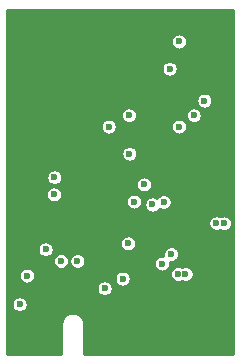
<source format=gbr>
G04 #@! TF.GenerationSoftware,KiCad,Pcbnew,5.1.4-e60b266~84~ubuntu16.04.1*
G04 #@! TF.CreationDate,2019-11-09T12:49:13+01:00*
G04 #@! TF.ProjectId,MiniVarioL0,4d696e69-5661-4726-996f-4c302e6b6963,v1.0.0*
G04 #@! TF.SameCoordinates,PX84157a0PY7270e00*
G04 #@! TF.FileFunction,Copper,L2,Inr*
G04 #@! TF.FilePolarity,Positive*
%FSLAX46Y46*%
G04 Gerber Fmt 4.6, Leading zero omitted, Abs format (unit mm)*
G04 Created by KiCad (PCBNEW 5.1.4-e60b266~84~ubuntu16.04.1) date 2019-11-09 12:49:13*
%MOMM*%
%LPD*%
G04 APERTURE LIST*
%ADD10C,0.600000*%
%ADD11C,0.250000*%
G04 APERTURE END LIST*
D10*
X15550000Y7200000D03*
X14900000Y7200000D03*
X6800000Y5850000D03*
X9250000Y8100000D03*
X11200000Y7550000D03*
X1300000Y12500000D03*
X1300000Y11400000D03*
X13250000Y14000000D03*
X7500000Y12650000D03*
X8350000Y11650000D03*
X6500000Y11650000D03*
X7500000Y10650000D03*
X14750000Y22650000D03*
X14750000Y21650000D03*
X14250000Y22150000D03*
X15250000Y22150000D03*
X13450000Y8850000D03*
X15150000Y700000D03*
X19150000Y23100000D03*
X19150000Y13200000D03*
X19150000Y6800000D03*
X3400000Y4100000D03*
X14200000Y24600000D03*
X18160000Y11510000D03*
X18800000Y11500000D03*
X1500000Y4650000D03*
X11200000Y13350000D03*
X10700000Y9800000D03*
X10225000Y6825000D03*
X4450000Y15400000D03*
X3700000Y9300000D03*
X13550000Y8100000D03*
X10800000Y17400000D03*
X15000000Y26900000D03*
X17150000Y21900000D03*
X2115000Y7085000D03*
X12050000Y14800000D03*
X12750000Y13100000D03*
X5000000Y8300000D03*
X16250000Y20650000D03*
X10750000Y20650000D03*
X15000000Y19700000D03*
X9050000Y19700000D03*
X14350000Y8900000D03*
X13700000Y13300000D03*
X8700000Y6000000D03*
X6400000Y8300000D03*
X4400000Y13950000D03*
D11*
G36*
X19546001Y454000D02*
G01*
X6954000Y454000D01*
X6954000Y3022295D01*
X6951784Y3044794D01*
X6951784Y3051281D01*
X6951121Y3057586D01*
X6940244Y3154561D01*
X6931688Y3194816D01*
X6923697Y3235176D01*
X6921822Y3241231D01*
X6892316Y3334247D01*
X6876094Y3372095D01*
X6860425Y3410113D01*
X6857415Y3415679D01*
X6857411Y3415687D01*
X6857406Y3415694D01*
X6810398Y3501201D01*
X6787158Y3535142D01*
X6764382Y3569424D01*
X6760341Y3574308D01*
X6760340Y3574310D01*
X6760336Y3574314D01*
X6697616Y3649061D01*
X6668209Y3677858D01*
X6639219Y3707051D01*
X6634313Y3711052D01*
X6634310Y3711055D01*
X6634307Y3711057D01*
X6558257Y3772202D01*
X6523840Y3794724D01*
X6489716Y3817741D01*
X6484119Y3820717D01*
X6397641Y3865927D01*
X6359463Y3881352D01*
X6321555Y3897287D01*
X6315491Y3899118D01*
X6315485Y3899120D01*
X6221874Y3926671D01*
X6181460Y3934381D01*
X6141146Y3942656D01*
X6134841Y3943275D01*
X6134837Y3943275D01*
X6037655Y3952119D01*
X5996509Y3951832D01*
X5955363Y3952119D01*
X5949054Y3951500D01*
X5949052Y3951500D01*
X5852006Y3941300D01*
X5811704Y3933027D01*
X5771277Y3925316D01*
X5765215Y3923485D01*
X5765211Y3923484D01*
X5765208Y3923483D01*
X5765209Y3923483D01*
X5671991Y3894627D01*
X5634080Y3878691D01*
X5595906Y3863268D01*
X5590309Y3860291D01*
X5504471Y3813878D01*
X5470387Y3790888D01*
X5435925Y3768337D01*
X5431013Y3764330D01*
X5355824Y3702128D01*
X5326856Y3672957D01*
X5297430Y3644142D01*
X5293390Y3639257D01*
X5231715Y3563636D01*
X5208941Y3529358D01*
X5185696Y3495411D01*
X5182685Y3489840D01*
X5182682Y3489836D01*
X5182682Y3489835D01*
X5136870Y3403675D01*
X5121190Y3365632D01*
X5104980Y3327813D01*
X5103108Y3321763D01*
X5103105Y3321756D01*
X5103105Y3321754D01*
X5074901Y3228339D01*
X5066915Y3188007D01*
X5058352Y3147723D01*
X5057690Y3141418D01*
X5048168Y3044301D01*
X5046001Y3022295D01*
X5046000Y454000D01*
X454000Y454000D01*
X454000Y4716876D01*
X821000Y4716876D01*
X821000Y4583124D01*
X847094Y4451943D01*
X898278Y4328373D01*
X972587Y4217163D01*
X1067163Y4122587D01*
X1178373Y4048278D01*
X1301943Y3997094D01*
X1433124Y3971000D01*
X1566876Y3971000D01*
X1698057Y3997094D01*
X1821627Y4048278D01*
X1932837Y4122587D01*
X2027413Y4217163D01*
X2101722Y4328373D01*
X2152906Y4451943D01*
X2179000Y4583124D01*
X2179000Y4716876D01*
X2152906Y4848057D01*
X2101722Y4971627D01*
X2027413Y5082837D01*
X1932837Y5177413D01*
X1821627Y5251722D01*
X1698057Y5302906D01*
X1566876Y5329000D01*
X1433124Y5329000D01*
X1301943Y5302906D01*
X1178373Y5251722D01*
X1067163Y5177413D01*
X972587Y5082837D01*
X898278Y4971627D01*
X847094Y4848057D01*
X821000Y4716876D01*
X454000Y4716876D01*
X454000Y6066876D01*
X8021000Y6066876D01*
X8021000Y5933124D01*
X8047094Y5801943D01*
X8098278Y5678373D01*
X8172587Y5567163D01*
X8267163Y5472587D01*
X8378373Y5398278D01*
X8501943Y5347094D01*
X8633124Y5321000D01*
X8766876Y5321000D01*
X8898057Y5347094D01*
X9021627Y5398278D01*
X9132837Y5472587D01*
X9227413Y5567163D01*
X9301722Y5678373D01*
X9352906Y5801943D01*
X9379000Y5933124D01*
X9379000Y6066876D01*
X9352906Y6198057D01*
X9301722Y6321627D01*
X9227413Y6432837D01*
X9132837Y6527413D01*
X9021627Y6601722D01*
X8898057Y6652906D01*
X8766876Y6679000D01*
X8633124Y6679000D01*
X8501943Y6652906D01*
X8378373Y6601722D01*
X8267163Y6527413D01*
X8172587Y6432837D01*
X8098278Y6321627D01*
X8047094Y6198057D01*
X8021000Y6066876D01*
X454000Y6066876D01*
X454000Y7151876D01*
X1436000Y7151876D01*
X1436000Y7018124D01*
X1462094Y6886943D01*
X1513278Y6763373D01*
X1587587Y6652163D01*
X1682163Y6557587D01*
X1793373Y6483278D01*
X1916943Y6432094D01*
X2048124Y6406000D01*
X2181876Y6406000D01*
X2313057Y6432094D01*
X2436627Y6483278D01*
X2547837Y6557587D01*
X2642413Y6652163D01*
X2716722Y6763373D01*
X2767906Y6886943D01*
X2768887Y6891876D01*
X9546000Y6891876D01*
X9546000Y6758124D01*
X9572094Y6626943D01*
X9623278Y6503373D01*
X9697587Y6392163D01*
X9792163Y6297587D01*
X9903373Y6223278D01*
X10026943Y6172094D01*
X10158124Y6146000D01*
X10291876Y6146000D01*
X10423057Y6172094D01*
X10546627Y6223278D01*
X10657837Y6297587D01*
X10752413Y6392163D01*
X10826722Y6503373D01*
X10877906Y6626943D01*
X10904000Y6758124D01*
X10904000Y6891876D01*
X10877906Y7023057D01*
X10826722Y7146627D01*
X10752413Y7257837D01*
X10743374Y7266876D01*
X14221000Y7266876D01*
X14221000Y7133124D01*
X14247094Y7001943D01*
X14298278Y6878373D01*
X14372587Y6767163D01*
X14467163Y6672587D01*
X14578373Y6598278D01*
X14701943Y6547094D01*
X14833124Y6521000D01*
X14966876Y6521000D01*
X15098057Y6547094D01*
X15221627Y6598278D01*
X15225000Y6600532D01*
X15228373Y6598278D01*
X15351943Y6547094D01*
X15483124Y6521000D01*
X15616876Y6521000D01*
X15748057Y6547094D01*
X15871627Y6598278D01*
X15982837Y6672587D01*
X16077413Y6767163D01*
X16151722Y6878373D01*
X16202906Y7001943D01*
X16229000Y7133124D01*
X16229000Y7266876D01*
X16202906Y7398057D01*
X16151722Y7521627D01*
X16077413Y7632837D01*
X15982837Y7727413D01*
X15871627Y7801722D01*
X15748057Y7852906D01*
X15616876Y7879000D01*
X15483124Y7879000D01*
X15351943Y7852906D01*
X15228373Y7801722D01*
X15225000Y7799468D01*
X15221627Y7801722D01*
X15098057Y7852906D01*
X14966876Y7879000D01*
X14833124Y7879000D01*
X14701943Y7852906D01*
X14578373Y7801722D01*
X14467163Y7727413D01*
X14372587Y7632837D01*
X14298278Y7521627D01*
X14247094Y7398057D01*
X14221000Y7266876D01*
X10743374Y7266876D01*
X10657837Y7352413D01*
X10546627Y7426722D01*
X10423057Y7477906D01*
X10291876Y7504000D01*
X10158124Y7504000D01*
X10026943Y7477906D01*
X9903373Y7426722D01*
X9792163Y7352413D01*
X9697587Y7257837D01*
X9623278Y7146627D01*
X9572094Y7023057D01*
X9546000Y6891876D01*
X2768887Y6891876D01*
X2794000Y7018124D01*
X2794000Y7151876D01*
X2767906Y7283057D01*
X2716722Y7406627D01*
X2642413Y7517837D01*
X2547837Y7612413D01*
X2436627Y7686722D01*
X2313057Y7737906D01*
X2181876Y7764000D01*
X2048124Y7764000D01*
X1916943Y7737906D01*
X1793373Y7686722D01*
X1682163Y7612413D01*
X1587587Y7517837D01*
X1513278Y7406627D01*
X1462094Y7283057D01*
X1436000Y7151876D01*
X454000Y7151876D01*
X454000Y8366876D01*
X4321000Y8366876D01*
X4321000Y8233124D01*
X4347094Y8101943D01*
X4398278Y7978373D01*
X4472587Y7867163D01*
X4567163Y7772587D01*
X4678373Y7698278D01*
X4801943Y7647094D01*
X4933124Y7621000D01*
X5066876Y7621000D01*
X5198057Y7647094D01*
X5321627Y7698278D01*
X5432837Y7772587D01*
X5527413Y7867163D01*
X5601722Y7978373D01*
X5652906Y8101943D01*
X5679000Y8233124D01*
X5679000Y8366876D01*
X5721000Y8366876D01*
X5721000Y8233124D01*
X5747094Y8101943D01*
X5798278Y7978373D01*
X5872587Y7867163D01*
X5967163Y7772587D01*
X6078373Y7698278D01*
X6201943Y7647094D01*
X6333124Y7621000D01*
X6466876Y7621000D01*
X6598057Y7647094D01*
X6721627Y7698278D01*
X6832837Y7772587D01*
X6927413Y7867163D01*
X7001722Y7978373D01*
X7052906Y8101943D01*
X7065822Y8166876D01*
X12871000Y8166876D01*
X12871000Y8033124D01*
X12897094Y7901943D01*
X12948278Y7778373D01*
X13022587Y7667163D01*
X13117163Y7572587D01*
X13228373Y7498278D01*
X13351943Y7447094D01*
X13483124Y7421000D01*
X13616876Y7421000D01*
X13748057Y7447094D01*
X13871627Y7498278D01*
X13982837Y7572587D01*
X14077413Y7667163D01*
X14151722Y7778373D01*
X14202906Y7901943D01*
X14229000Y8033124D01*
X14229000Y8166876D01*
X14215561Y8234439D01*
X14283124Y8221000D01*
X14416876Y8221000D01*
X14548057Y8247094D01*
X14671627Y8298278D01*
X14782837Y8372587D01*
X14877413Y8467163D01*
X14951722Y8578373D01*
X15002906Y8701943D01*
X15029000Y8833124D01*
X15029000Y8966876D01*
X15002906Y9098057D01*
X14951722Y9221627D01*
X14877413Y9332837D01*
X14782837Y9427413D01*
X14671627Y9501722D01*
X14548057Y9552906D01*
X14416876Y9579000D01*
X14283124Y9579000D01*
X14151943Y9552906D01*
X14028373Y9501722D01*
X13917163Y9427413D01*
X13822587Y9332837D01*
X13748278Y9221627D01*
X13697094Y9098057D01*
X13671000Y8966876D01*
X13671000Y8833124D01*
X13684439Y8765561D01*
X13616876Y8779000D01*
X13483124Y8779000D01*
X13351943Y8752906D01*
X13228373Y8701722D01*
X13117163Y8627413D01*
X13022587Y8532837D01*
X12948278Y8421627D01*
X12897094Y8298057D01*
X12871000Y8166876D01*
X7065822Y8166876D01*
X7079000Y8233124D01*
X7079000Y8366876D01*
X7052906Y8498057D01*
X7001722Y8621627D01*
X6927413Y8732837D01*
X6832837Y8827413D01*
X6721627Y8901722D01*
X6598057Y8952906D01*
X6466876Y8979000D01*
X6333124Y8979000D01*
X6201943Y8952906D01*
X6078373Y8901722D01*
X5967163Y8827413D01*
X5872587Y8732837D01*
X5798278Y8621627D01*
X5747094Y8498057D01*
X5721000Y8366876D01*
X5679000Y8366876D01*
X5652906Y8498057D01*
X5601722Y8621627D01*
X5527413Y8732837D01*
X5432837Y8827413D01*
X5321627Y8901722D01*
X5198057Y8952906D01*
X5066876Y8979000D01*
X4933124Y8979000D01*
X4801943Y8952906D01*
X4678373Y8901722D01*
X4567163Y8827413D01*
X4472587Y8732837D01*
X4398278Y8621627D01*
X4347094Y8498057D01*
X4321000Y8366876D01*
X454000Y8366876D01*
X454000Y9366876D01*
X3021000Y9366876D01*
X3021000Y9233124D01*
X3047094Y9101943D01*
X3098278Y8978373D01*
X3172587Y8867163D01*
X3267163Y8772587D01*
X3378373Y8698278D01*
X3501943Y8647094D01*
X3633124Y8621000D01*
X3766876Y8621000D01*
X3898057Y8647094D01*
X4021627Y8698278D01*
X4132837Y8772587D01*
X4227413Y8867163D01*
X4301722Y8978373D01*
X4352906Y9101943D01*
X4379000Y9233124D01*
X4379000Y9366876D01*
X4352906Y9498057D01*
X4301722Y9621627D01*
X4227413Y9732837D01*
X4132837Y9827413D01*
X4073778Y9866876D01*
X10021000Y9866876D01*
X10021000Y9733124D01*
X10047094Y9601943D01*
X10098278Y9478373D01*
X10172587Y9367163D01*
X10267163Y9272587D01*
X10378373Y9198278D01*
X10501943Y9147094D01*
X10633124Y9121000D01*
X10766876Y9121000D01*
X10898057Y9147094D01*
X11021627Y9198278D01*
X11132837Y9272587D01*
X11227413Y9367163D01*
X11301722Y9478373D01*
X11352906Y9601943D01*
X11379000Y9733124D01*
X11379000Y9866876D01*
X11352906Y9998057D01*
X11301722Y10121627D01*
X11227413Y10232837D01*
X11132837Y10327413D01*
X11021627Y10401722D01*
X10898057Y10452906D01*
X10766876Y10479000D01*
X10633124Y10479000D01*
X10501943Y10452906D01*
X10378373Y10401722D01*
X10267163Y10327413D01*
X10172587Y10232837D01*
X10098278Y10121627D01*
X10047094Y9998057D01*
X10021000Y9866876D01*
X4073778Y9866876D01*
X4021627Y9901722D01*
X3898057Y9952906D01*
X3766876Y9979000D01*
X3633124Y9979000D01*
X3501943Y9952906D01*
X3378373Y9901722D01*
X3267163Y9827413D01*
X3172587Y9732837D01*
X3098278Y9621627D01*
X3047094Y9498057D01*
X3021000Y9366876D01*
X454000Y9366876D01*
X454000Y11576876D01*
X17481000Y11576876D01*
X17481000Y11443124D01*
X17507094Y11311943D01*
X17558278Y11188373D01*
X17632587Y11077163D01*
X17727163Y10982587D01*
X17838373Y10908278D01*
X17961943Y10857094D01*
X18093124Y10831000D01*
X18226876Y10831000D01*
X18358057Y10857094D01*
X18470379Y10903619D01*
X18478373Y10898278D01*
X18601943Y10847094D01*
X18733124Y10821000D01*
X18866876Y10821000D01*
X18998057Y10847094D01*
X19121627Y10898278D01*
X19232837Y10972587D01*
X19327413Y11067163D01*
X19401722Y11178373D01*
X19452906Y11301943D01*
X19479000Y11433124D01*
X19479000Y11566876D01*
X19452906Y11698057D01*
X19401722Y11821627D01*
X19327413Y11932837D01*
X19232837Y12027413D01*
X19121627Y12101722D01*
X18998057Y12152906D01*
X18866876Y12179000D01*
X18733124Y12179000D01*
X18601943Y12152906D01*
X18489621Y12106381D01*
X18481627Y12111722D01*
X18358057Y12162906D01*
X18226876Y12189000D01*
X18093124Y12189000D01*
X17961943Y12162906D01*
X17838373Y12111722D01*
X17727163Y12037413D01*
X17632587Y11942837D01*
X17558278Y11831627D01*
X17507094Y11708057D01*
X17481000Y11576876D01*
X454000Y11576876D01*
X454000Y14016876D01*
X3721000Y14016876D01*
X3721000Y13883124D01*
X3747094Y13751943D01*
X3798278Y13628373D01*
X3872587Y13517163D01*
X3967163Y13422587D01*
X4078373Y13348278D01*
X4201943Y13297094D01*
X4333124Y13271000D01*
X4466876Y13271000D01*
X4598057Y13297094D01*
X4721627Y13348278D01*
X4824289Y13416876D01*
X10521000Y13416876D01*
X10521000Y13283124D01*
X10547094Y13151943D01*
X10598278Y13028373D01*
X10672587Y12917163D01*
X10767163Y12822587D01*
X10878373Y12748278D01*
X11001943Y12697094D01*
X11133124Y12671000D01*
X11266876Y12671000D01*
X11398057Y12697094D01*
X11521627Y12748278D01*
X11632837Y12822587D01*
X11727413Y12917163D01*
X11801722Y13028373D01*
X11852906Y13151943D01*
X11855876Y13166876D01*
X12071000Y13166876D01*
X12071000Y13033124D01*
X12097094Y12901943D01*
X12148278Y12778373D01*
X12222587Y12667163D01*
X12317163Y12572587D01*
X12428373Y12498278D01*
X12551943Y12447094D01*
X12683124Y12421000D01*
X12816876Y12421000D01*
X12948057Y12447094D01*
X13071627Y12498278D01*
X13182837Y12572587D01*
X13277413Y12667163D01*
X13322949Y12735312D01*
X13378373Y12698278D01*
X13501943Y12647094D01*
X13633124Y12621000D01*
X13766876Y12621000D01*
X13898057Y12647094D01*
X14021627Y12698278D01*
X14132837Y12772587D01*
X14227413Y12867163D01*
X14301722Y12978373D01*
X14352906Y13101943D01*
X14379000Y13233124D01*
X14379000Y13366876D01*
X14352906Y13498057D01*
X14301722Y13621627D01*
X14227413Y13732837D01*
X14132837Y13827413D01*
X14021627Y13901722D01*
X13898057Y13952906D01*
X13766876Y13979000D01*
X13633124Y13979000D01*
X13501943Y13952906D01*
X13378373Y13901722D01*
X13267163Y13827413D01*
X13172587Y13732837D01*
X13127051Y13664688D01*
X13071627Y13701722D01*
X12948057Y13752906D01*
X12816876Y13779000D01*
X12683124Y13779000D01*
X12551943Y13752906D01*
X12428373Y13701722D01*
X12317163Y13627413D01*
X12222587Y13532837D01*
X12148278Y13421627D01*
X12097094Y13298057D01*
X12071000Y13166876D01*
X11855876Y13166876D01*
X11879000Y13283124D01*
X11879000Y13416876D01*
X11852906Y13548057D01*
X11801722Y13671627D01*
X11727413Y13782837D01*
X11632837Y13877413D01*
X11521627Y13951722D01*
X11398057Y14002906D01*
X11266876Y14029000D01*
X11133124Y14029000D01*
X11001943Y14002906D01*
X10878373Y13951722D01*
X10767163Y13877413D01*
X10672587Y13782837D01*
X10598278Y13671627D01*
X10547094Y13548057D01*
X10521000Y13416876D01*
X4824289Y13416876D01*
X4832837Y13422587D01*
X4927413Y13517163D01*
X5001722Y13628373D01*
X5052906Y13751943D01*
X5079000Y13883124D01*
X5079000Y14016876D01*
X5052906Y14148057D01*
X5001722Y14271627D01*
X4927413Y14382837D01*
X4832837Y14477413D01*
X4721627Y14551722D01*
X4598057Y14602906D01*
X4466876Y14629000D01*
X4333124Y14629000D01*
X4201943Y14602906D01*
X4078373Y14551722D01*
X3967163Y14477413D01*
X3872587Y14382837D01*
X3798278Y14271627D01*
X3747094Y14148057D01*
X3721000Y14016876D01*
X454000Y14016876D01*
X454000Y15466876D01*
X3771000Y15466876D01*
X3771000Y15333124D01*
X3797094Y15201943D01*
X3848278Y15078373D01*
X3922587Y14967163D01*
X4017163Y14872587D01*
X4128373Y14798278D01*
X4251943Y14747094D01*
X4383124Y14721000D01*
X4516876Y14721000D01*
X4648057Y14747094D01*
X4771627Y14798278D01*
X4874289Y14866876D01*
X11371000Y14866876D01*
X11371000Y14733124D01*
X11397094Y14601943D01*
X11448278Y14478373D01*
X11522587Y14367163D01*
X11617163Y14272587D01*
X11728373Y14198278D01*
X11851943Y14147094D01*
X11983124Y14121000D01*
X12116876Y14121000D01*
X12248057Y14147094D01*
X12371627Y14198278D01*
X12482837Y14272587D01*
X12577413Y14367163D01*
X12651722Y14478373D01*
X12702906Y14601943D01*
X12729000Y14733124D01*
X12729000Y14866876D01*
X12702906Y14998057D01*
X12651722Y15121627D01*
X12577413Y15232837D01*
X12482837Y15327413D01*
X12371627Y15401722D01*
X12248057Y15452906D01*
X12116876Y15479000D01*
X11983124Y15479000D01*
X11851943Y15452906D01*
X11728373Y15401722D01*
X11617163Y15327413D01*
X11522587Y15232837D01*
X11448278Y15121627D01*
X11397094Y14998057D01*
X11371000Y14866876D01*
X4874289Y14866876D01*
X4882837Y14872587D01*
X4977413Y14967163D01*
X5051722Y15078373D01*
X5102906Y15201943D01*
X5129000Y15333124D01*
X5129000Y15466876D01*
X5102906Y15598057D01*
X5051722Y15721627D01*
X4977413Y15832837D01*
X4882837Y15927413D01*
X4771627Y16001722D01*
X4648057Y16052906D01*
X4516876Y16079000D01*
X4383124Y16079000D01*
X4251943Y16052906D01*
X4128373Y16001722D01*
X4017163Y15927413D01*
X3922587Y15832837D01*
X3848278Y15721627D01*
X3797094Y15598057D01*
X3771000Y15466876D01*
X454000Y15466876D01*
X454000Y17466876D01*
X10121000Y17466876D01*
X10121000Y17333124D01*
X10147094Y17201943D01*
X10198278Y17078373D01*
X10272587Y16967163D01*
X10367163Y16872587D01*
X10478373Y16798278D01*
X10601943Y16747094D01*
X10733124Y16721000D01*
X10866876Y16721000D01*
X10998057Y16747094D01*
X11121627Y16798278D01*
X11232837Y16872587D01*
X11327413Y16967163D01*
X11401722Y17078373D01*
X11452906Y17201943D01*
X11479000Y17333124D01*
X11479000Y17466876D01*
X11452906Y17598057D01*
X11401722Y17721627D01*
X11327413Y17832837D01*
X11232837Y17927413D01*
X11121627Y18001722D01*
X10998057Y18052906D01*
X10866876Y18079000D01*
X10733124Y18079000D01*
X10601943Y18052906D01*
X10478373Y18001722D01*
X10367163Y17927413D01*
X10272587Y17832837D01*
X10198278Y17721627D01*
X10147094Y17598057D01*
X10121000Y17466876D01*
X454000Y17466876D01*
X454000Y19766876D01*
X8371000Y19766876D01*
X8371000Y19633124D01*
X8397094Y19501943D01*
X8448278Y19378373D01*
X8522587Y19267163D01*
X8617163Y19172587D01*
X8728373Y19098278D01*
X8851943Y19047094D01*
X8983124Y19021000D01*
X9116876Y19021000D01*
X9248057Y19047094D01*
X9371627Y19098278D01*
X9482837Y19172587D01*
X9577413Y19267163D01*
X9651722Y19378373D01*
X9702906Y19501943D01*
X9729000Y19633124D01*
X9729000Y19766876D01*
X14321000Y19766876D01*
X14321000Y19633124D01*
X14347094Y19501943D01*
X14398278Y19378373D01*
X14472587Y19267163D01*
X14567163Y19172587D01*
X14678373Y19098278D01*
X14801943Y19047094D01*
X14933124Y19021000D01*
X15066876Y19021000D01*
X15198057Y19047094D01*
X15321627Y19098278D01*
X15432837Y19172587D01*
X15527413Y19267163D01*
X15601722Y19378373D01*
X15652906Y19501943D01*
X15679000Y19633124D01*
X15679000Y19766876D01*
X15652906Y19898057D01*
X15601722Y20021627D01*
X15527413Y20132837D01*
X15432837Y20227413D01*
X15321627Y20301722D01*
X15198057Y20352906D01*
X15066876Y20379000D01*
X14933124Y20379000D01*
X14801943Y20352906D01*
X14678373Y20301722D01*
X14567163Y20227413D01*
X14472587Y20132837D01*
X14398278Y20021627D01*
X14347094Y19898057D01*
X14321000Y19766876D01*
X9729000Y19766876D01*
X9702906Y19898057D01*
X9651722Y20021627D01*
X9577413Y20132837D01*
X9482837Y20227413D01*
X9371627Y20301722D01*
X9248057Y20352906D01*
X9116876Y20379000D01*
X8983124Y20379000D01*
X8851943Y20352906D01*
X8728373Y20301722D01*
X8617163Y20227413D01*
X8522587Y20132837D01*
X8448278Y20021627D01*
X8397094Y19898057D01*
X8371000Y19766876D01*
X454000Y19766876D01*
X454000Y20716876D01*
X10071000Y20716876D01*
X10071000Y20583124D01*
X10097094Y20451943D01*
X10148278Y20328373D01*
X10222587Y20217163D01*
X10317163Y20122587D01*
X10428373Y20048278D01*
X10551943Y19997094D01*
X10683124Y19971000D01*
X10816876Y19971000D01*
X10948057Y19997094D01*
X11071627Y20048278D01*
X11182837Y20122587D01*
X11277413Y20217163D01*
X11351722Y20328373D01*
X11402906Y20451943D01*
X11429000Y20583124D01*
X11429000Y20716876D01*
X15571000Y20716876D01*
X15571000Y20583124D01*
X15597094Y20451943D01*
X15648278Y20328373D01*
X15722587Y20217163D01*
X15817163Y20122587D01*
X15928373Y20048278D01*
X16051943Y19997094D01*
X16183124Y19971000D01*
X16316876Y19971000D01*
X16448057Y19997094D01*
X16571627Y20048278D01*
X16682837Y20122587D01*
X16777413Y20217163D01*
X16851722Y20328373D01*
X16902906Y20451943D01*
X16929000Y20583124D01*
X16929000Y20716876D01*
X16902906Y20848057D01*
X16851722Y20971627D01*
X16777413Y21082837D01*
X16682837Y21177413D01*
X16571627Y21251722D01*
X16448057Y21302906D01*
X16316876Y21329000D01*
X16183124Y21329000D01*
X16051943Y21302906D01*
X15928373Y21251722D01*
X15817163Y21177413D01*
X15722587Y21082837D01*
X15648278Y20971627D01*
X15597094Y20848057D01*
X15571000Y20716876D01*
X11429000Y20716876D01*
X11402906Y20848057D01*
X11351722Y20971627D01*
X11277413Y21082837D01*
X11182837Y21177413D01*
X11071627Y21251722D01*
X10948057Y21302906D01*
X10816876Y21329000D01*
X10683124Y21329000D01*
X10551943Y21302906D01*
X10428373Y21251722D01*
X10317163Y21177413D01*
X10222587Y21082837D01*
X10148278Y20971627D01*
X10097094Y20848057D01*
X10071000Y20716876D01*
X454000Y20716876D01*
X454000Y21966876D01*
X16471000Y21966876D01*
X16471000Y21833124D01*
X16497094Y21701943D01*
X16548278Y21578373D01*
X16622587Y21467163D01*
X16717163Y21372587D01*
X16828373Y21298278D01*
X16951943Y21247094D01*
X17083124Y21221000D01*
X17216876Y21221000D01*
X17348057Y21247094D01*
X17471627Y21298278D01*
X17582837Y21372587D01*
X17677413Y21467163D01*
X17751722Y21578373D01*
X17802906Y21701943D01*
X17829000Y21833124D01*
X17829000Y21966876D01*
X17802906Y22098057D01*
X17751722Y22221627D01*
X17677413Y22332837D01*
X17582837Y22427413D01*
X17471627Y22501722D01*
X17348057Y22552906D01*
X17216876Y22579000D01*
X17083124Y22579000D01*
X16951943Y22552906D01*
X16828373Y22501722D01*
X16717163Y22427413D01*
X16622587Y22332837D01*
X16548278Y22221627D01*
X16497094Y22098057D01*
X16471000Y21966876D01*
X454000Y21966876D01*
X454000Y24666876D01*
X13521000Y24666876D01*
X13521000Y24533124D01*
X13547094Y24401943D01*
X13598278Y24278373D01*
X13672587Y24167163D01*
X13767163Y24072587D01*
X13878373Y23998278D01*
X14001943Y23947094D01*
X14133124Y23921000D01*
X14266876Y23921000D01*
X14398057Y23947094D01*
X14521627Y23998278D01*
X14632837Y24072587D01*
X14727413Y24167163D01*
X14801722Y24278373D01*
X14852906Y24401943D01*
X14879000Y24533124D01*
X14879000Y24666876D01*
X14852906Y24798057D01*
X14801722Y24921627D01*
X14727413Y25032837D01*
X14632837Y25127413D01*
X14521627Y25201722D01*
X14398057Y25252906D01*
X14266876Y25279000D01*
X14133124Y25279000D01*
X14001943Y25252906D01*
X13878373Y25201722D01*
X13767163Y25127413D01*
X13672587Y25032837D01*
X13598278Y24921627D01*
X13547094Y24798057D01*
X13521000Y24666876D01*
X454000Y24666876D01*
X454000Y26966876D01*
X14321000Y26966876D01*
X14321000Y26833124D01*
X14347094Y26701943D01*
X14398278Y26578373D01*
X14472587Y26467163D01*
X14567163Y26372587D01*
X14678373Y26298278D01*
X14801943Y26247094D01*
X14933124Y26221000D01*
X15066876Y26221000D01*
X15198057Y26247094D01*
X15321627Y26298278D01*
X15432837Y26372587D01*
X15527413Y26467163D01*
X15601722Y26578373D01*
X15652906Y26701943D01*
X15679000Y26833124D01*
X15679000Y26966876D01*
X15652906Y27098057D01*
X15601722Y27221627D01*
X15527413Y27332837D01*
X15432837Y27427413D01*
X15321627Y27501722D01*
X15198057Y27552906D01*
X15066876Y27579000D01*
X14933124Y27579000D01*
X14801943Y27552906D01*
X14678373Y27501722D01*
X14567163Y27427413D01*
X14472587Y27332837D01*
X14398278Y27221627D01*
X14347094Y27098057D01*
X14321000Y26966876D01*
X454000Y26966876D01*
X454000Y29546000D01*
X19546000Y29546000D01*
X19546001Y454000D01*
X19546001Y454000D01*
G37*
X19546001Y454000D02*
X6954000Y454000D01*
X6954000Y3022295D01*
X6951784Y3044794D01*
X6951784Y3051281D01*
X6951121Y3057586D01*
X6940244Y3154561D01*
X6931688Y3194816D01*
X6923697Y3235176D01*
X6921822Y3241231D01*
X6892316Y3334247D01*
X6876094Y3372095D01*
X6860425Y3410113D01*
X6857415Y3415679D01*
X6857411Y3415687D01*
X6857406Y3415694D01*
X6810398Y3501201D01*
X6787158Y3535142D01*
X6764382Y3569424D01*
X6760341Y3574308D01*
X6760340Y3574310D01*
X6760336Y3574314D01*
X6697616Y3649061D01*
X6668209Y3677858D01*
X6639219Y3707051D01*
X6634313Y3711052D01*
X6634310Y3711055D01*
X6634307Y3711057D01*
X6558257Y3772202D01*
X6523840Y3794724D01*
X6489716Y3817741D01*
X6484119Y3820717D01*
X6397641Y3865927D01*
X6359463Y3881352D01*
X6321555Y3897287D01*
X6315491Y3899118D01*
X6315485Y3899120D01*
X6221874Y3926671D01*
X6181460Y3934381D01*
X6141146Y3942656D01*
X6134841Y3943275D01*
X6134837Y3943275D01*
X6037655Y3952119D01*
X5996509Y3951832D01*
X5955363Y3952119D01*
X5949054Y3951500D01*
X5949052Y3951500D01*
X5852006Y3941300D01*
X5811704Y3933027D01*
X5771277Y3925316D01*
X5765215Y3923485D01*
X5765211Y3923484D01*
X5765208Y3923483D01*
X5765209Y3923483D01*
X5671991Y3894627D01*
X5634080Y3878691D01*
X5595906Y3863268D01*
X5590309Y3860291D01*
X5504471Y3813878D01*
X5470387Y3790888D01*
X5435925Y3768337D01*
X5431013Y3764330D01*
X5355824Y3702128D01*
X5326856Y3672957D01*
X5297430Y3644142D01*
X5293390Y3639257D01*
X5231715Y3563636D01*
X5208941Y3529358D01*
X5185696Y3495411D01*
X5182685Y3489840D01*
X5182682Y3489836D01*
X5182682Y3489835D01*
X5136870Y3403675D01*
X5121190Y3365632D01*
X5104980Y3327813D01*
X5103108Y3321763D01*
X5103105Y3321756D01*
X5103105Y3321754D01*
X5074901Y3228339D01*
X5066915Y3188007D01*
X5058352Y3147723D01*
X5057690Y3141418D01*
X5048168Y3044301D01*
X5046001Y3022295D01*
X5046000Y454000D01*
X454000Y454000D01*
X454000Y4716876D01*
X821000Y4716876D01*
X821000Y4583124D01*
X847094Y4451943D01*
X898278Y4328373D01*
X972587Y4217163D01*
X1067163Y4122587D01*
X1178373Y4048278D01*
X1301943Y3997094D01*
X1433124Y3971000D01*
X1566876Y3971000D01*
X1698057Y3997094D01*
X1821627Y4048278D01*
X1932837Y4122587D01*
X2027413Y4217163D01*
X2101722Y4328373D01*
X2152906Y4451943D01*
X2179000Y4583124D01*
X2179000Y4716876D01*
X2152906Y4848057D01*
X2101722Y4971627D01*
X2027413Y5082837D01*
X1932837Y5177413D01*
X1821627Y5251722D01*
X1698057Y5302906D01*
X1566876Y5329000D01*
X1433124Y5329000D01*
X1301943Y5302906D01*
X1178373Y5251722D01*
X1067163Y5177413D01*
X972587Y5082837D01*
X898278Y4971627D01*
X847094Y4848057D01*
X821000Y4716876D01*
X454000Y4716876D01*
X454000Y6066876D01*
X8021000Y6066876D01*
X8021000Y5933124D01*
X8047094Y5801943D01*
X8098278Y5678373D01*
X8172587Y5567163D01*
X8267163Y5472587D01*
X8378373Y5398278D01*
X8501943Y5347094D01*
X8633124Y5321000D01*
X8766876Y5321000D01*
X8898057Y5347094D01*
X9021627Y5398278D01*
X9132837Y5472587D01*
X9227413Y5567163D01*
X9301722Y5678373D01*
X9352906Y5801943D01*
X9379000Y5933124D01*
X9379000Y6066876D01*
X9352906Y6198057D01*
X9301722Y6321627D01*
X9227413Y6432837D01*
X9132837Y6527413D01*
X9021627Y6601722D01*
X8898057Y6652906D01*
X8766876Y6679000D01*
X8633124Y6679000D01*
X8501943Y6652906D01*
X8378373Y6601722D01*
X8267163Y6527413D01*
X8172587Y6432837D01*
X8098278Y6321627D01*
X8047094Y6198057D01*
X8021000Y6066876D01*
X454000Y6066876D01*
X454000Y7151876D01*
X1436000Y7151876D01*
X1436000Y7018124D01*
X1462094Y6886943D01*
X1513278Y6763373D01*
X1587587Y6652163D01*
X1682163Y6557587D01*
X1793373Y6483278D01*
X1916943Y6432094D01*
X2048124Y6406000D01*
X2181876Y6406000D01*
X2313057Y6432094D01*
X2436627Y6483278D01*
X2547837Y6557587D01*
X2642413Y6652163D01*
X2716722Y6763373D01*
X2767906Y6886943D01*
X2768887Y6891876D01*
X9546000Y6891876D01*
X9546000Y6758124D01*
X9572094Y6626943D01*
X9623278Y6503373D01*
X9697587Y6392163D01*
X9792163Y6297587D01*
X9903373Y6223278D01*
X10026943Y6172094D01*
X10158124Y6146000D01*
X10291876Y6146000D01*
X10423057Y6172094D01*
X10546627Y6223278D01*
X10657837Y6297587D01*
X10752413Y6392163D01*
X10826722Y6503373D01*
X10877906Y6626943D01*
X10904000Y6758124D01*
X10904000Y6891876D01*
X10877906Y7023057D01*
X10826722Y7146627D01*
X10752413Y7257837D01*
X10743374Y7266876D01*
X14221000Y7266876D01*
X14221000Y7133124D01*
X14247094Y7001943D01*
X14298278Y6878373D01*
X14372587Y6767163D01*
X14467163Y6672587D01*
X14578373Y6598278D01*
X14701943Y6547094D01*
X14833124Y6521000D01*
X14966876Y6521000D01*
X15098057Y6547094D01*
X15221627Y6598278D01*
X15225000Y6600532D01*
X15228373Y6598278D01*
X15351943Y6547094D01*
X15483124Y6521000D01*
X15616876Y6521000D01*
X15748057Y6547094D01*
X15871627Y6598278D01*
X15982837Y6672587D01*
X16077413Y6767163D01*
X16151722Y6878373D01*
X16202906Y7001943D01*
X16229000Y7133124D01*
X16229000Y7266876D01*
X16202906Y7398057D01*
X16151722Y7521627D01*
X16077413Y7632837D01*
X15982837Y7727413D01*
X15871627Y7801722D01*
X15748057Y7852906D01*
X15616876Y7879000D01*
X15483124Y7879000D01*
X15351943Y7852906D01*
X15228373Y7801722D01*
X15225000Y7799468D01*
X15221627Y7801722D01*
X15098057Y7852906D01*
X14966876Y7879000D01*
X14833124Y7879000D01*
X14701943Y7852906D01*
X14578373Y7801722D01*
X14467163Y7727413D01*
X14372587Y7632837D01*
X14298278Y7521627D01*
X14247094Y7398057D01*
X14221000Y7266876D01*
X10743374Y7266876D01*
X10657837Y7352413D01*
X10546627Y7426722D01*
X10423057Y7477906D01*
X10291876Y7504000D01*
X10158124Y7504000D01*
X10026943Y7477906D01*
X9903373Y7426722D01*
X9792163Y7352413D01*
X9697587Y7257837D01*
X9623278Y7146627D01*
X9572094Y7023057D01*
X9546000Y6891876D01*
X2768887Y6891876D01*
X2794000Y7018124D01*
X2794000Y7151876D01*
X2767906Y7283057D01*
X2716722Y7406627D01*
X2642413Y7517837D01*
X2547837Y7612413D01*
X2436627Y7686722D01*
X2313057Y7737906D01*
X2181876Y7764000D01*
X2048124Y7764000D01*
X1916943Y7737906D01*
X1793373Y7686722D01*
X1682163Y7612413D01*
X1587587Y7517837D01*
X1513278Y7406627D01*
X1462094Y7283057D01*
X1436000Y7151876D01*
X454000Y7151876D01*
X454000Y8366876D01*
X4321000Y8366876D01*
X4321000Y8233124D01*
X4347094Y8101943D01*
X4398278Y7978373D01*
X4472587Y7867163D01*
X4567163Y7772587D01*
X4678373Y7698278D01*
X4801943Y7647094D01*
X4933124Y7621000D01*
X5066876Y7621000D01*
X5198057Y7647094D01*
X5321627Y7698278D01*
X5432837Y7772587D01*
X5527413Y7867163D01*
X5601722Y7978373D01*
X5652906Y8101943D01*
X5679000Y8233124D01*
X5679000Y8366876D01*
X5721000Y8366876D01*
X5721000Y8233124D01*
X5747094Y8101943D01*
X5798278Y7978373D01*
X5872587Y7867163D01*
X5967163Y7772587D01*
X6078373Y7698278D01*
X6201943Y7647094D01*
X6333124Y7621000D01*
X6466876Y7621000D01*
X6598057Y7647094D01*
X6721627Y7698278D01*
X6832837Y7772587D01*
X6927413Y7867163D01*
X7001722Y7978373D01*
X7052906Y8101943D01*
X7065822Y8166876D01*
X12871000Y8166876D01*
X12871000Y8033124D01*
X12897094Y7901943D01*
X12948278Y7778373D01*
X13022587Y7667163D01*
X13117163Y7572587D01*
X13228373Y7498278D01*
X13351943Y7447094D01*
X13483124Y7421000D01*
X13616876Y7421000D01*
X13748057Y7447094D01*
X13871627Y7498278D01*
X13982837Y7572587D01*
X14077413Y7667163D01*
X14151722Y7778373D01*
X14202906Y7901943D01*
X14229000Y8033124D01*
X14229000Y8166876D01*
X14215561Y8234439D01*
X14283124Y8221000D01*
X14416876Y8221000D01*
X14548057Y8247094D01*
X14671627Y8298278D01*
X14782837Y8372587D01*
X14877413Y8467163D01*
X14951722Y8578373D01*
X15002906Y8701943D01*
X15029000Y8833124D01*
X15029000Y8966876D01*
X15002906Y9098057D01*
X14951722Y9221627D01*
X14877413Y9332837D01*
X14782837Y9427413D01*
X14671627Y9501722D01*
X14548057Y9552906D01*
X14416876Y9579000D01*
X14283124Y9579000D01*
X14151943Y9552906D01*
X14028373Y9501722D01*
X13917163Y9427413D01*
X13822587Y9332837D01*
X13748278Y9221627D01*
X13697094Y9098057D01*
X13671000Y8966876D01*
X13671000Y8833124D01*
X13684439Y8765561D01*
X13616876Y8779000D01*
X13483124Y8779000D01*
X13351943Y8752906D01*
X13228373Y8701722D01*
X13117163Y8627413D01*
X13022587Y8532837D01*
X12948278Y8421627D01*
X12897094Y8298057D01*
X12871000Y8166876D01*
X7065822Y8166876D01*
X7079000Y8233124D01*
X7079000Y8366876D01*
X7052906Y8498057D01*
X7001722Y8621627D01*
X6927413Y8732837D01*
X6832837Y8827413D01*
X6721627Y8901722D01*
X6598057Y8952906D01*
X6466876Y8979000D01*
X6333124Y8979000D01*
X6201943Y8952906D01*
X6078373Y8901722D01*
X5967163Y8827413D01*
X5872587Y8732837D01*
X5798278Y8621627D01*
X5747094Y8498057D01*
X5721000Y8366876D01*
X5679000Y8366876D01*
X5652906Y8498057D01*
X5601722Y8621627D01*
X5527413Y8732837D01*
X5432837Y8827413D01*
X5321627Y8901722D01*
X5198057Y8952906D01*
X5066876Y8979000D01*
X4933124Y8979000D01*
X4801943Y8952906D01*
X4678373Y8901722D01*
X4567163Y8827413D01*
X4472587Y8732837D01*
X4398278Y8621627D01*
X4347094Y8498057D01*
X4321000Y8366876D01*
X454000Y8366876D01*
X454000Y9366876D01*
X3021000Y9366876D01*
X3021000Y9233124D01*
X3047094Y9101943D01*
X3098278Y8978373D01*
X3172587Y8867163D01*
X3267163Y8772587D01*
X3378373Y8698278D01*
X3501943Y8647094D01*
X3633124Y8621000D01*
X3766876Y8621000D01*
X3898057Y8647094D01*
X4021627Y8698278D01*
X4132837Y8772587D01*
X4227413Y8867163D01*
X4301722Y8978373D01*
X4352906Y9101943D01*
X4379000Y9233124D01*
X4379000Y9366876D01*
X4352906Y9498057D01*
X4301722Y9621627D01*
X4227413Y9732837D01*
X4132837Y9827413D01*
X4073778Y9866876D01*
X10021000Y9866876D01*
X10021000Y9733124D01*
X10047094Y9601943D01*
X10098278Y9478373D01*
X10172587Y9367163D01*
X10267163Y9272587D01*
X10378373Y9198278D01*
X10501943Y9147094D01*
X10633124Y9121000D01*
X10766876Y9121000D01*
X10898057Y9147094D01*
X11021627Y9198278D01*
X11132837Y9272587D01*
X11227413Y9367163D01*
X11301722Y9478373D01*
X11352906Y9601943D01*
X11379000Y9733124D01*
X11379000Y9866876D01*
X11352906Y9998057D01*
X11301722Y10121627D01*
X11227413Y10232837D01*
X11132837Y10327413D01*
X11021627Y10401722D01*
X10898057Y10452906D01*
X10766876Y10479000D01*
X10633124Y10479000D01*
X10501943Y10452906D01*
X10378373Y10401722D01*
X10267163Y10327413D01*
X10172587Y10232837D01*
X10098278Y10121627D01*
X10047094Y9998057D01*
X10021000Y9866876D01*
X4073778Y9866876D01*
X4021627Y9901722D01*
X3898057Y9952906D01*
X3766876Y9979000D01*
X3633124Y9979000D01*
X3501943Y9952906D01*
X3378373Y9901722D01*
X3267163Y9827413D01*
X3172587Y9732837D01*
X3098278Y9621627D01*
X3047094Y9498057D01*
X3021000Y9366876D01*
X454000Y9366876D01*
X454000Y11576876D01*
X17481000Y11576876D01*
X17481000Y11443124D01*
X17507094Y11311943D01*
X17558278Y11188373D01*
X17632587Y11077163D01*
X17727163Y10982587D01*
X17838373Y10908278D01*
X17961943Y10857094D01*
X18093124Y10831000D01*
X18226876Y10831000D01*
X18358057Y10857094D01*
X18470379Y10903619D01*
X18478373Y10898278D01*
X18601943Y10847094D01*
X18733124Y10821000D01*
X18866876Y10821000D01*
X18998057Y10847094D01*
X19121627Y10898278D01*
X19232837Y10972587D01*
X19327413Y11067163D01*
X19401722Y11178373D01*
X19452906Y11301943D01*
X19479000Y11433124D01*
X19479000Y11566876D01*
X19452906Y11698057D01*
X19401722Y11821627D01*
X19327413Y11932837D01*
X19232837Y12027413D01*
X19121627Y12101722D01*
X18998057Y12152906D01*
X18866876Y12179000D01*
X18733124Y12179000D01*
X18601943Y12152906D01*
X18489621Y12106381D01*
X18481627Y12111722D01*
X18358057Y12162906D01*
X18226876Y12189000D01*
X18093124Y12189000D01*
X17961943Y12162906D01*
X17838373Y12111722D01*
X17727163Y12037413D01*
X17632587Y11942837D01*
X17558278Y11831627D01*
X17507094Y11708057D01*
X17481000Y11576876D01*
X454000Y11576876D01*
X454000Y14016876D01*
X3721000Y14016876D01*
X3721000Y13883124D01*
X3747094Y13751943D01*
X3798278Y13628373D01*
X3872587Y13517163D01*
X3967163Y13422587D01*
X4078373Y13348278D01*
X4201943Y13297094D01*
X4333124Y13271000D01*
X4466876Y13271000D01*
X4598057Y13297094D01*
X4721627Y13348278D01*
X4824289Y13416876D01*
X10521000Y13416876D01*
X10521000Y13283124D01*
X10547094Y13151943D01*
X10598278Y13028373D01*
X10672587Y12917163D01*
X10767163Y12822587D01*
X10878373Y12748278D01*
X11001943Y12697094D01*
X11133124Y12671000D01*
X11266876Y12671000D01*
X11398057Y12697094D01*
X11521627Y12748278D01*
X11632837Y12822587D01*
X11727413Y12917163D01*
X11801722Y13028373D01*
X11852906Y13151943D01*
X11855876Y13166876D01*
X12071000Y13166876D01*
X12071000Y13033124D01*
X12097094Y12901943D01*
X12148278Y12778373D01*
X12222587Y12667163D01*
X12317163Y12572587D01*
X12428373Y12498278D01*
X12551943Y12447094D01*
X12683124Y12421000D01*
X12816876Y12421000D01*
X12948057Y12447094D01*
X13071627Y12498278D01*
X13182837Y12572587D01*
X13277413Y12667163D01*
X13322949Y12735312D01*
X13378373Y12698278D01*
X13501943Y12647094D01*
X13633124Y12621000D01*
X13766876Y12621000D01*
X13898057Y12647094D01*
X14021627Y12698278D01*
X14132837Y12772587D01*
X14227413Y12867163D01*
X14301722Y12978373D01*
X14352906Y13101943D01*
X14379000Y13233124D01*
X14379000Y13366876D01*
X14352906Y13498057D01*
X14301722Y13621627D01*
X14227413Y13732837D01*
X14132837Y13827413D01*
X14021627Y13901722D01*
X13898057Y13952906D01*
X13766876Y13979000D01*
X13633124Y13979000D01*
X13501943Y13952906D01*
X13378373Y13901722D01*
X13267163Y13827413D01*
X13172587Y13732837D01*
X13127051Y13664688D01*
X13071627Y13701722D01*
X12948057Y13752906D01*
X12816876Y13779000D01*
X12683124Y13779000D01*
X12551943Y13752906D01*
X12428373Y13701722D01*
X12317163Y13627413D01*
X12222587Y13532837D01*
X12148278Y13421627D01*
X12097094Y13298057D01*
X12071000Y13166876D01*
X11855876Y13166876D01*
X11879000Y13283124D01*
X11879000Y13416876D01*
X11852906Y13548057D01*
X11801722Y13671627D01*
X11727413Y13782837D01*
X11632837Y13877413D01*
X11521627Y13951722D01*
X11398057Y14002906D01*
X11266876Y14029000D01*
X11133124Y14029000D01*
X11001943Y14002906D01*
X10878373Y13951722D01*
X10767163Y13877413D01*
X10672587Y13782837D01*
X10598278Y13671627D01*
X10547094Y13548057D01*
X10521000Y13416876D01*
X4824289Y13416876D01*
X4832837Y13422587D01*
X4927413Y13517163D01*
X5001722Y13628373D01*
X5052906Y13751943D01*
X5079000Y13883124D01*
X5079000Y14016876D01*
X5052906Y14148057D01*
X5001722Y14271627D01*
X4927413Y14382837D01*
X4832837Y14477413D01*
X4721627Y14551722D01*
X4598057Y14602906D01*
X4466876Y14629000D01*
X4333124Y14629000D01*
X4201943Y14602906D01*
X4078373Y14551722D01*
X3967163Y14477413D01*
X3872587Y14382837D01*
X3798278Y14271627D01*
X3747094Y14148057D01*
X3721000Y14016876D01*
X454000Y14016876D01*
X454000Y15466876D01*
X3771000Y15466876D01*
X3771000Y15333124D01*
X3797094Y15201943D01*
X3848278Y15078373D01*
X3922587Y14967163D01*
X4017163Y14872587D01*
X4128373Y14798278D01*
X4251943Y14747094D01*
X4383124Y14721000D01*
X4516876Y14721000D01*
X4648057Y14747094D01*
X4771627Y14798278D01*
X4874289Y14866876D01*
X11371000Y14866876D01*
X11371000Y14733124D01*
X11397094Y14601943D01*
X11448278Y14478373D01*
X11522587Y14367163D01*
X11617163Y14272587D01*
X11728373Y14198278D01*
X11851943Y14147094D01*
X11983124Y14121000D01*
X12116876Y14121000D01*
X12248057Y14147094D01*
X12371627Y14198278D01*
X12482837Y14272587D01*
X12577413Y14367163D01*
X12651722Y14478373D01*
X12702906Y14601943D01*
X12729000Y14733124D01*
X12729000Y14866876D01*
X12702906Y14998057D01*
X12651722Y15121627D01*
X12577413Y15232837D01*
X12482837Y15327413D01*
X12371627Y15401722D01*
X12248057Y15452906D01*
X12116876Y15479000D01*
X11983124Y15479000D01*
X11851943Y15452906D01*
X11728373Y15401722D01*
X11617163Y15327413D01*
X11522587Y15232837D01*
X11448278Y15121627D01*
X11397094Y14998057D01*
X11371000Y14866876D01*
X4874289Y14866876D01*
X4882837Y14872587D01*
X4977413Y14967163D01*
X5051722Y15078373D01*
X5102906Y15201943D01*
X5129000Y15333124D01*
X5129000Y15466876D01*
X5102906Y15598057D01*
X5051722Y15721627D01*
X4977413Y15832837D01*
X4882837Y15927413D01*
X4771627Y16001722D01*
X4648057Y16052906D01*
X4516876Y16079000D01*
X4383124Y16079000D01*
X4251943Y16052906D01*
X4128373Y16001722D01*
X4017163Y15927413D01*
X3922587Y15832837D01*
X3848278Y15721627D01*
X3797094Y15598057D01*
X3771000Y15466876D01*
X454000Y15466876D01*
X454000Y17466876D01*
X10121000Y17466876D01*
X10121000Y17333124D01*
X10147094Y17201943D01*
X10198278Y17078373D01*
X10272587Y16967163D01*
X10367163Y16872587D01*
X10478373Y16798278D01*
X10601943Y16747094D01*
X10733124Y16721000D01*
X10866876Y16721000D01*
X10998057Y16747094D01*
X11121627Y16798278D01*
X11232837Y16872587D01*
X11327413Y16967163D01*
X11401722Y17078373D01*
X11452906Y17201943D01*
X11479000Y17333124D01*
X11479000Y17466876D01*
X11452906Y17598057D01*
X11401722Y17721627D01*
X11327413Y17832837D01*
X11232837Y17927413D01*
X11121627Y18001722D01*
X10998057Y18052906D01*
X10866876Y18079000D01*
X10733124Y18079000D01*
X10601943Y18052906D01*
X10478373Y18001722D01*
X10367163Y17927413D01*
X10272587Y17832837D01*
X10198278Y17721627D01*
X10147094Y17598057D01*
X10121000Y17466876D01*
X454000Y17466876D01*
X454000Y19766876D01*
X8371000Y19766876D01*
X8371000Y19633124D01*
X8397094Y19501943D01*
X8448278Y19378373D01*
X8522587Y19267163D01*
X8617163Y19172587D01*
X8728373Y19098278D01*
X8851943Y19047094D01*
X8983124Y19021000D01*
X9116876Y19021000D01*
X9248057Y19047094D01*
X9371627Y19098278D01*
X9482837Y19172587D01*
X9577413Y19267163D01*
X9651722Y19378373D01*
X9702906Y19501943D01*
X9729000Y19633124D01*
X9729000Y19766876D01*
X14321000Y19766876D01*
X14321000Y19633124D01*
X14347094Y19501943D01*
X14398278Y19378373D01*
X14472587Y19267163D01*
X14567163Y19172587D01*
X14678373Y19098278D01*
X14801943Y19047094D01*
X14933124Y19021000D01*
X15066876Y19021000D01*
X15198057Y19047094D01*
X15321627Y19098278D01*
X15432837Y19172587D01*
X15527413Y19267163D01*
X15601722Y19378373D01*
X15652906Y19501943D01*
X15679000Y19633124D01*
X15679000Y19766876D01*
X15652906Y19898057D01*
X15601722Y20021627D01*
X15527413Y20132837D01*
X15432837Y20227413D01*
X15321627Y20301722D01*
X15198057Y20352906D01*
X15066876Y20379000D01*
X14933124Y20379000D01*
X14801943Y20352906D01*
X14678373Y20301722D01*
X14567163Y20227413D01*
X14472587Y20132837D01*
X14398278Y20021627D01*
X14347094Y19898057D01*
X14321000Y19766876D01*
X9729000Y19766876D01*
X9702906Y19898057D01*
X9651722Y20021627D01*
X9577413Y20132837D01*
X9482837Y20227413D01*
X9371627Y20301722D01*
X9248057Y20352906D01*
X9116876Y20379000D01*
X8983124Y20379000D01*
X8851943Y20352906D01*
X8728373Y20301722D01*
X8617163Y20227413D01*
X8522587Y20132837D01*
X8448278Y20021627D01*
X8397094Y19898057D01*
X8371000Y19766876D01*
X454000Y19766876D01*
X454000Y20716876D01*
X10071000Y20716876D01*
X10071000Y20583124D01*
X10097094Y20451943D01*
X10148278Y20328373D01*
X10222587Y20217163D01*
X10317163Y20122587D01*
X10428373Y20048278D01*
X10551943Y19997094D01*
X10683124Y19971000D01*
X10816876Y19971000D01*
X10948057Y19997094D01*
X11071627Y20048278D01*
X11182837Y20122587D01*
X11277413Y20217163D01*
X11351722Y20328373D01*
X11402906Y20451943D01*
X11429000Y20583124D01*
X11429000Y20716876D01*
X15571000Y20716876D01*
X15571000Y20583124D01*
X15597094Y20451943D01*
X15648278Y20328373D01*
X15722587Y20217163D01*
X15817163Y20122587D01*
X15928373Y20048278D01*
X16051943Y19997094D01*
X16183124Y19971000D01*
X16316876Y19971000D01*
X16448057Y19997094D01*
X16571627Y20048278D01*
X16682837Y20122587D01*
X16777413Y20217163D01*
X16851722Y20328373D01*
X16902906Y20451943D01*
X16929000Y20583124D01*
X16929000Y20716876D01*
X16902906Y20848057D01*
X16851722Y20971627D01*
X16777413Y21082837D01*
X16682837Y21177413D01*
X16571627Y21251722D01*
X16448057Y21302906D01*
X16316876Y21329000D01*
X16183124Y21329000D01*
X16051943Y21302906D01*
X15928373Y21251722D01*
X15817163Y21177413D01*
X15722587Y21082837D01*
X15648278Y20971627D01*
X15597094Y20848057D01*
X15571000Y20716876D01*
X11429000Y20716876D01*
X11402906Y20848057D01*
X11351722Y20971627D01*
X11277413Y21082837D01*
X11182837Y21177413D01*
X11071627Y21251722D01*
X10948057Y21302906D01*
X10816876Y21329000D01*
X10683124Y21329000D01*
X10551943Y21302906D01*
X10428373Y21251722D01*
X10317163Y21177413D01*
X10222587Y21082837D01*
X10148278Y20971627D01*
X10097094Y20848057D01*
X10071000Y20716876D01*
X454000Y20716876D01*
X454000Y21966876D01*
X16471000Y21966876D01*
X16471000Y21833124D01*
X16497094Y21701943D01*
X16548278Y21578373D01*
X16622587Y21467163D01*
X16717163Y21372587D01*
X16828373Y21298278D01*
X16951943Y21247094D01*
X17083124Y21221000D01*
X17216876Y21221000D01*
X17348057Y21247094D01*
X17471627Y21298278D01*
X17582837Y21372587D01*
X17677413Y21467163D01*
X17751722Y21578373D01*
X17802906Y21701943D01*
X17829000Y21833124D01*
X17829000Y21966876D01*
X17802906Y22098057D01*
X17751722Y22221627D01*
X17677413Y22332837D01*
X17582837Y22427413D01*
X17471627Y22501722D01*
X17348057Y22552906D01*
X17216876Y22579000D01*
X17083124Y22579000D01*
X16951943Y22552906D01*
X16828373Y22501722D01*
X16717163Y22427413D01*
X16622587Y22332837D01*
X16548278Y22221627D01*
X16497094Y22098057D01*
X16471000Y21966876D01*
X454000Y21966876D01*
X454000Y24666876D01*
X13521000Y24666876D01*
X13521000Y24533124D01*
X13547094Y24401943D01*
X13598278Y24278373D01*
X13672587Y24167163D01*
X13767163Y24072587D01*
X13878373Y23998278D01*
X14001943Y23947094D01*
X14133124Y23921000D01*
X14266876Y23921000D01*
X14398057Y23947094D01*
X14521627Y23998278D01*
X14632837Y24072587D01*
X14727413Y24167163D01*
X14801722Y24278373D01*
X14852906Y24401943D01*
X14879000Y24533124D01*
X14879000Y24666876D01*
X14852906Y24798057D01*
X14801722Y24921627D01*
X14727413Y25032837D01*
X14632837Y25127413D01*
X14521627Y25201722D01*
X14398057Y25252906D01*
X14266876Y25279000D01*
X14133124Y25279000D01*
X14001943Y25252906D01*
X13878373Y25201722D01*
X13767163Y25127413D01*
X13672587Y25032837D01*
X13598278Y24921627D01*
X13547094Y24798057D01*
X13521000Y24666876D01*
X454000Y24666876D01*
X454000Y26966876D01*
X14321000Y26966876D01*
X14321000Y26833124D01*
X14347094Y26701943D01*
X14398278Y26578373D01*
X14472587Y26467163D01*
X14567163Y26372587D01*
X14678373Y26298278D01*
X14801943Y26247094D01*
X14933124Y26221000D01*
X15066876Y26221000D01*
X15198057Y26247094D01*
X15321627Y26298278D01*
X15432837Y26372587D01*
X15527413Y26467163D01*
X15601722Y26578373D01*
X15652906Y26701943D01*
X15679000Y26833124D01*
X15679000Y26966876D01*
X15652906Y27098057D01*
X15601722Y27221627D01*
X15527413Y27332837D01*
X15432837Y27427413D01*
X15321627Y27501722D01*
X15198057Y27552906D01*
X15066876Y27579000D01*
X14933124Y27579000D01*
X14801943Y27552906D01*
X14678373Y27501722D01*
X14567163Y27427413D01*
X14472587Y27332837D01*
X14398278Y27221627D01*
X14347094Y27098057D01*
X14321000Y26966876D01*
X454000Y26966876D01*
X454000Y29546000D01*
X19546000Y29546000D01*
X19546001Y454000D01*
M02*

</source>
